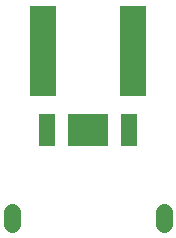
<source format=gts>
G04 ---------------------------- Layer name :TOP SOLDER LAYER*
G04 easyEDA 0.1*
G04 Scale: 100 percent, Rotated: No, Reflected: No *
G04 Dimensions in inches *
G04 leading zeros omitted , absolute positions ,2 integer and 4 * 
%FSLAX24Y24*%
%MOIN*%
G90*
G70D02*

%ADD11C,0.055240*%
%ADD12R,0.086740X0.303000*%
%ADD13R,0.055240X0.106425*%

%LPD*%
G54D11*
G01X5519Y9550D02*
G01X5519Y9943D01*
G01X480Y9943D02*
G01X480Y9550D01*
G54D12*
G01X1492Y15317D03*
G01X4482Y15319D03*
G54D13*
G01X4378Y12700D03*
G01X3394Y12700D03*
G01X2605Y12700D03*
G01X1621Y12700D03*
G01X3000Y12700D03*

M00*
M02*
</source>
